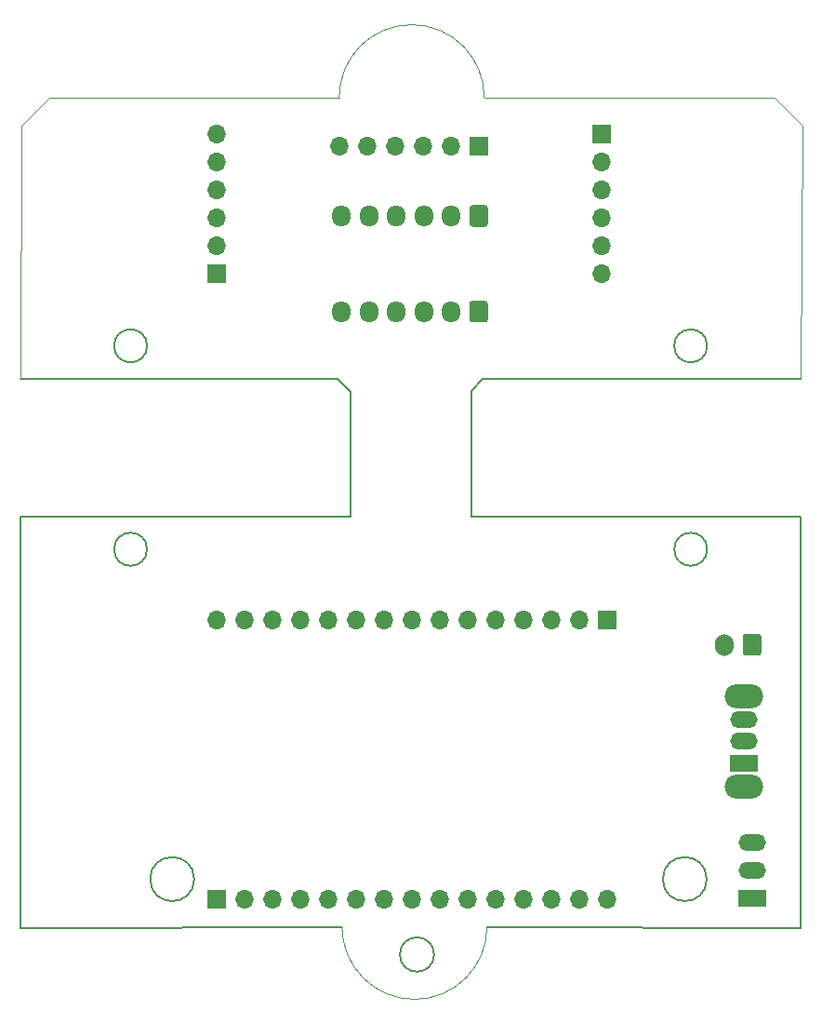
<source format=gbr>
G04 #@! TF.GenerationSoftware,KiCad,Pcbnew,5.1.10-88a1d61d58~90~ubuntu20.04.1*
G04 #@! TF.CreationDate,2021-09-26T11:40:27+02:00*
G04 #@! TF.ProjectId,micromouse_v2,6d696372-6f6d-46f7-9573-655f76322e6b,rev?*
G04 #@! TF.SameCoordinates,Original*
G04 #@! TF.FileFunction,Soldermask,Bot*
G04 #@! TF.FilePolarity,Negative*
%FSLAX46Y46*%
G04 Gerber Fmt 4.6, Leading zero omitted, Abs format (unit mm)*
G04 Created by KiCad (PCBNEW 5.1.10-88a1d61d58~90~ubuntu20.04.1) date 2021-09-26 11:40:27*
%MOMM*%
%LPD*%
G01*
G04 APERTURE LIST*
G04 #@! TA.AperFunction,Profile*
%ADD10C,0.200000*%
G04 #@! TD*
G04 #@! TA.AperFunction,Profile*
%ADD11C,0.050000*%
G04 #@! TD*
%ADD12O,2.500000X1.500000*%
%ADD13R,2.500000X1.500000*%
%ADD14O,3.500000X2.200000*%
%ADD15R,1.700000X1.700000*%
%ADD16O,1.700000X1.700000*%
%ADD17O,1.700000X2.000000*%
%ADD18O,1.700000X1.950000*%
G04 APERTURE END LIST*
D10*
X149352063Y-130034000D02*
G75*
G03*
X149352063Y-130034000I-1556063J0D01*
G01*
X182714900Y-127596900D02*
X154178000Y-127508000D01*
D11*
X154178000Y-127508000D02*
G75*
G02*
X140970000Y-127508000I-6604000J0D01*
G01*
X140716000Y-52070000D02*
X114300000Y-52070000D01*
X140716000Y-52070000D02*
G75*
G02*
X153924000Y-52070000I6604000J0D01*
G01*
D10*
X152781000Y-78740000D02*
X153797000Y-77676000D01*
X140589000Y-77676000D02*
X141732000Y-78867000D01*
X152781000Y-78740000D02*
X152781000Y-90170000D01*
D11*
X180340000Y-52070000D02*
X153924000Y-52070000D01*
X182720000Y-77676000D02*
X182880000Y-54610000D01*
X111760000Y-54610000D02*
X111720000Y-77676000D01*
X180340000Y-52070000D02*
X182880000Y-54610000D01*
X111760000Y-54610000D02*
X114300000Y-52070000D01*
D10*
X111720000Y-77676000D02*
X140589000Y-77676000D01*
X141732000Y-90170000D02*
X111720000Y-90176000D01*
X111720000Y-90176000D02*
X111714900Y-127596900D01*
X182720000Y-90176000D02*
X182714900Y-127596900D01*
X123219999Y-93176000D02*
G75*
G03*
X123219999Y-93176000I-1499999J0D01*
G01*
X123219999Y-74676000D02*
G75*
G03*
X123219999Y-74676000I-1499999J0D01*
G01*
X141732000Y-78867000D02*
X141732000Y-90170000D01*
X182720000Y-77676000D02*
X153797000Y-77676000D01*
X152781000Y-90170000D02*
X182720000Y-90176000D01*
X140970000Y-127508000D02*
X111714900Y-127596900D01*
X174180000Y-123176000D02*
G75*
G03*
X174180000Y-123176000I-2000000J0D01*
G01*
X127508000Y-123176000D02*
G75*
G03*
X127508000Y-123176000I-2000000J0D01*
G01*
X174219999Y-93176000D02*
G75*
G03*
X174219999Y-93176000I-1499999J0D01*
G01*
X174219999Y-74676000D02*
G75*
G03*
X174219999Y-74676000I-1499999J0D01*
G01*
D12*
G04 #@! TO.C,SW4*
X178320700Y-119849900D03*
X178320700Y-122389900D03*
D13*
X178320700Y-124929900D03*
G04 #@! TD*
G04 #@! TO.C,SW3*
X177546000Y-112636300D03*
D12*
X177546000Y-110636300D03*
X177546000Y-108636300D03*
D14*
X177546000Y-114736300D03*
X177546000Y-106536300D03*
G04 #@! TD*
D15*
G04 #@! TO.C,J1*
X129540000Y-68072000D03*
D16*
X129540000Y-65532000D03*
X129540000Y-62992000D03*
X129540000Y-60452000D03*
X129540000Y-57912000D03*
X129540000Y-55372000D03*
G04 #@! TD*
G04 #@! TO.C,J2*
X140716000Y-56515000D03*
X143256000Y-56515000D03*
X145796000Y-56515000D03*
X148336000Y-56515000D03*
X150876000Y-56515000D03*
D15*
X153416000Y-56515000D03*
G04 #@! TD*
G04 #@! TO.C,J3*
X164592000Y-55372000D03*
D16*
X164592000Y-57912000D03*
X164592000Y-60452000D03*
X164592000Y-62992000D03*
X164592000Y-65532000D03*
X164592000Y-68072000D03*
G04 #@! TD*
G04 #@! TO.C,JBATT1*
G36*
G01*
X179158000Y-101116700D02*
X179158000Y-102616700D01*
G75*
G02*
X178908000Y-102866700I-250000J0D01*
G01*
X177708000Y-102866700D01*
G75*
G02*
X177458000Y-102616700I0J250000D01*
G01*
X177458000Y-101116700D01*
G75*
G02*
X177708000Y-100866700I250000J0D01*
G01*
X178908000Y-100866700D01*
G75*
G02*
X179158000Y-101116700I0J-250000D01*
G01*
G37*
D17*
X175808000Y-101866700D03*
G04 #@! TD*
D15*
G04 #@! TO.C,JLEFT1*
X129540000Y-124968000D03*
D16*
X132080000Y-124968000D03*
X134620000Y-124968000D03*
X137160000Y-124968000D03*
X139700000Y-124968000D03*
X142240000Y-124968000D03*
X144780000Y-124968000D03*
X147320000Y-124968000D03*
X149860000Y-124968000D03*
X152400000Y-124968000D03*
X154940000Y-124968000D03*
X157480000Y-124968000D03*
X160020000Y-124968000D03*
X162560000Y-124968000D03*
X165100000Y-124968000D03*
G04 #@! TD*
G04 #@! TO.C,JRIGHT1*
X129540000Y-99568000D03*
X132080000Y-99568000D03*
X134620000Y-99568000D03*
X137160000Y-99568000D03*
X139700000Y-99568000D03*
X142240000Y-99568000D03*
X144780000Y-99568000D03*
X147320000Y-99568000D03*
X149860000Y-99568000D03*
X152400000Y-99568000D03*
X154940000Y-99568000D03*
X157480000Y-99568000D03*
X160020000Y-99568000D03*
X162560000Y-99568000D03*
D15*
X165100000Y-99568000D03*
G04 #@! TD*
G04 #@! TO.C,JMLEFT1*
G36*
G01*
X154266000Y-62140000D02*
X154266000Y-63590000D01*
G75*
G02*
X154016000Y-63840000I-250000J0D01*
G01*
X152816000Y-63840000D01*
G75*
G02*
X152566000Y-63590000I0J250000D01*
G01*
X152566000Y-62140000D01*
G75*
G02*
X152816000Y-61890000I250000J0D01*
G01*
X154016000Y-61890000D01*
G75*
G02*
X154266000Y-62140000I0J-250000D01*
G01*
G37*
D18*
X150916000Y-62865000D03*
X148416000Y-62865000D03*
X145916000Y-62865000D03*
X143416000Y-62865000D03*
X140916000Y-62865000D03*
G04 #@! TD*
G04 #@! TO.C,JMRIGHT1*
X140916000Y-71577200D03*
X143416000Y-71577200D03*
X145916000Y-71577200D03*
X148416000Y-71577200D03*
X150916000Y-71577200D03*
G36*
G01*
X154266000Y-70852200D02*
X154266000Y-72302200D01*
G75*
G02*
X154016000Y-72552200I-250000J0D01*
G01*
X152816000Y-72552200D01*
G75*
G02*
X152566000Y-72302200I0J250000D01*
G01*
X152566000Y-70852200D01*
G75*
G02*
X152816000Y-70602200I250000J0D01*
G01*
X154016000Y-70602200D01*
G75*
G02*
X154266000Y-70852200I0J-250000D01*
G01*
G37*
G04 #@! TD*
M02*

</source>
